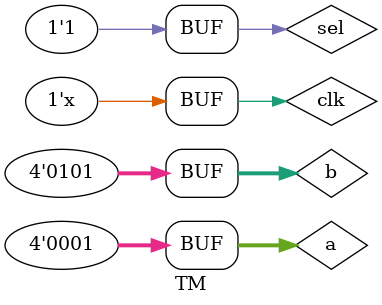
<source format=v>
module TM;

reg clk, sel;
reg [3:0] a, b;
wire [3:0] sum ;
wire cout ;

AddSub addsub(a, b, sum, cout, sel);

initial clk = 1'd0;
always #5 clk = ~clk;

initial
begin
	a = 4'd0;
	b = 4'd0;
	sel = 0;

#5  a = 4'd5;
	b = 4'd1;
	sel = 0;
	
#5  a = 4'd5;
	b = 4'd1;
	sel = 1;

#5  a = 4'd0;
	b = 4'd0;
	sel = 0;
	
#5  a = 4'd0;
	b = 4'd0;
	sel = 1;
	
#5  a = 4'd2;
	b = 4'd2;
	sel = 0;
	
#5  a = 4'd2;
	b = 4'd2;
	sel = 1;
	
#5  a = 4'd1;
	b = 4'd5;
	sel = 0;
	
#5  a = 4'd1;
	b = 4'd5;
	sel = 1;
end
endmodule
</source>
